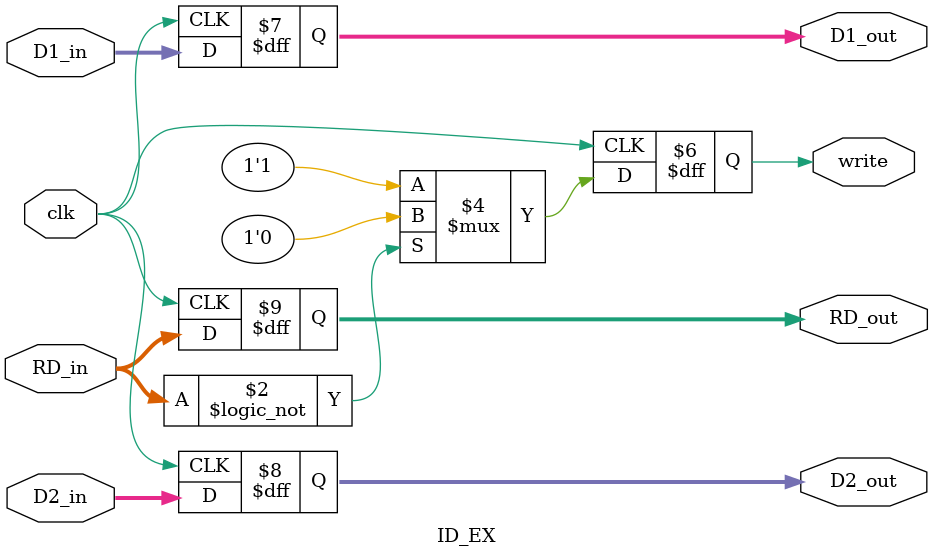
<source format=v>

module ID_EX (
	input [31:0] D1_in,
	input [31:0] D2_in,
	input [4:0] RD_in,
	input clk,
	output reg write,
	output reg [31:0] D1_out,
	output reg [31:0] D2_out,
	output reg [4:0] RD_out);

	always @ (posedge clk)
	begin
		D1_out <= D1_in;
		D2_out <= D2_in;
		RD_out <= RD_in;
		if(RD_in[4:0]==0)		
			write <= 1'b0;
		else 
			write <= 1'b1;

	end

endmodule
</source>
